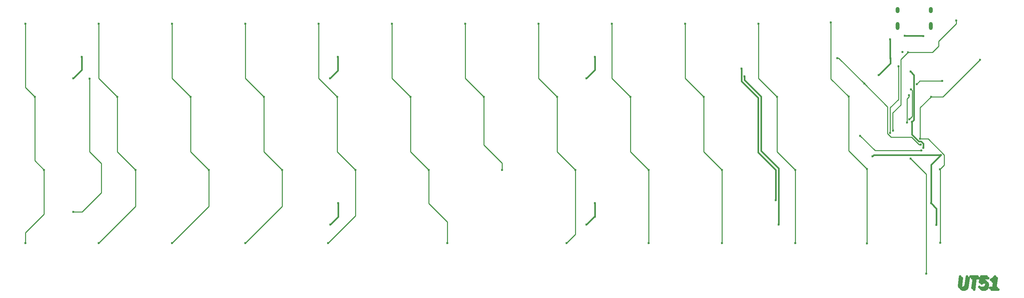
<source format=gtl>
%TF.GenerationSoftware,KiCad,Pcbnew,(5.1.5)-3*%
%TF.CreationDate,2020-03-30T21:53:17+02:00*%
%TF.ProjectId,UT51,55543531-2e6b-4696-9361-645f70636258,rev?*%
%TF.SameCoordinates,Original*%
%TF.FileFunction,Copper,L1,Top*%
%TF.FilePolarity,Positive*%
%FSLAX46Y46*%
G04 Gerber Fmt 4.6, Leading zero omitted, Abs format (unit mm)*
G04 Created by KiCad (PCBNEW (5.1.5)-3) date 2020-03-30 21:53:17*
%MOMM*%
%LPD*%
G04 APERTURE LIST*
%ADD10C,0.700000*%
%ADD11O,1.000000X2.100000*%
%ADD12O,1.000000X1.600000*%
%ADD13C,0.600000*%
%ADD14C,0.381000*%
%ADD15C,0.250000*%
G04 APERTURE END LIST*
D10*
X277074089Y-102433642D02*
X276770517Y-104862214D01*
X276877660Y-105147928D01*
X277002660Y-105290785D01*
X277270517Y-105433642D01*
X277841946Y-105433642D01*
X278145517Y-105290785D01*
X278306232Y-105147928D01*
X278484803Y-104862214D01*
X278788375Y-102433642D01*
X279788375Y-102433642D02*
X281502660Y-102433642D01*
X280270517Y-105433642D02*
X280645517Y-102433642D01*
X283931232Y-102433642D02*
X282502660Y-102433642D01*
X282181232Y-103862214D01*
X282341946Y-103719357D01*
X282645517Y-103576500D01*
X283359803Y-103576500D01*
X283627660Y-103719357D01*
X283752660Y-103862214D01*
X283859803Y-104147928D01*
X283770517Y-104862214D01*
X283591946Y-105147928D01*
X283431232Y-105290785D01*
X283127660Y-105433642D01*
X282413375Y-105433642D01*
X282145517Y-105290785D01*
X282020517Y-105147928D01*
X286556232Y-105433642D02*
X284841946Y-105433642D01*
X285699089Y-105433642D02*
X286074089Y-102433642D01*
X285734803Y-102862214D01*
X285413375Y-103147928D01*
X285109803Y-103290785D01*
X277486839Y-102846392D02*
X277183267Y-105274964D01*
X277290410Y-105560678D01*
X277415410Y-105703535D01*
X277683267Y-105846392D01*
X278254696Y-105846392D01*
X278558267Y-105703535D01*
X278718982Y-105560678D01*
X278897553Y-105274964D01*
X279201125Y-102846392D01*
X280201125Y-102846392D02*
X281915410Y-102846392D01*
X280683267Y-105846392D02*
X281058267Y-102846392D01*
X284343982Y-102846392D02*
X282915410Y-102846392D01*
X282593982Y-104274964D01*
X282754696Y-104132107D01*
X283058267Y-103989250D01*
X283772553Y-103989250D01*
X284040410Y-104132107D01*
X284165410Y-104274964D01*
X284272553Y-104560678D01*
X284183267Y-105274964D01*
X284004696Y-105560678D01*
X283843982Y-105703535D01*
X283540410Y-105846392D01*
X282826125Y-105846392D01*
X282558267Y-105703535D01*
X282433267Y-105560678D01*
X286968982Y-105846392D02*
X285254696Y-105846392D01*
X286111839Y-105846392D02*
X286486839Y-102846392D01*
X286147553Y-103274964D01*
X285826125Y-103560678D01*
X285522553Y-103703535D01*
D11*
X269383399Y-37180000D03*
X260743399Y-37180000D03*
D12*
X260743399Y-33000000D03*
X269383399Y-33000000D03*
D13*
X220980000Y-50292000D03*
X179959000Y-50800000D03*
X182118000Y-45212000D03*
X46609000Y-50800000D03*
X48768000Y-45212000D03*
X113284000Y-50800000D03*
X115316000Y-45212000D03*
X179959000Y-88900000D03*
X182118000Y-83312000D03*
X113411000Y-88900000D03*
X115443000Y-83312000D03*
X229840000Y-88950000D03*
X258860000Y-40630000D03*
X258900000Y-45550000D03*
X272050000Y-70800000D03*
X254290000Y-71090000D03*
X269510000Y-83360000D03*
X270880000Y-88960000D03*
X255875000Y-49975000D03*
X220218000Y-48260000D03*
X229108000Y-82550000D03*
X264200000Y-49075000D03*
X264525000Y-62175000D03*
X267499812Y-68925134D03*
X266800000Y-68100000D03*
X245150000Y-45570000D03*
X252125000Y-52175000D03*
X265775000Y-52325000D03*
X272350000Y-51525000D03*
X251060000Y-65780000D03*
X266940000Y-69640000D03*
X264210000Y-71740000D03*
X268240000Y-101680000D03*
X267510000Y-39770000D03*
X262610000Y-39750000D03*
X129413000Y-36576000D03*
X134239000Y-55626000D03*
X143764000Y-93726000D03*
X138938000Y-74676000D03*
X34163000Y-36576000D03*
X36576000Y-55626000D03*
X34163000Y-93726000D03*
X38989000Y-74676000D03*
X53213000Y-36576000D03*
X58039000Y-55626000D03*
X53213000Y-93726000D03*
X62738000Y-74676000D03*
X72263000Y-36576000D03*
X77089000Y-55626000D03*
X72263000Y-93726000D03*
X81788000Y-74676000D03*
X91313000Y-36576000D03*
X96139000Y-55626000D03*
X91313000Y-93726000D03*
X100838000Y-74676000D03*
X110363000Y-36576000D03*
X115189000Y-55626000D03*
X112776000Y-93726000D03*
X119888000Y-74676000D03*
X148463000Y-36576000D03*
X153289000Y-55626000D03*
X157988000Y-74676000D03*
X167513000Y-36576000D03*
X172339000Y-55626000D03*
X174752000Y-93726000D03*
X177038000Y-74676000D03*
X259556250Y-64449900D03*
X263500000Y-44000000D03*
X262025000Y-43975000D03*
X276000000Y-35775000D03*
X258870000Y-65060000D03*
X261020000Y-47640000D03*
X46609000Y-85598000D03*
X50800000Y-50927000D03*
X186563000Y-36576000D03*
X191389000Y-55626000D03*
X196088000Y-93726000D03*
X196088000Y-74676000D03*
X205613000Y-36576000D03*
X210439000Y-55626000D03*
X215138000Y-93726000D03*
X215138000Y-74676000D03*
X224663000Y-36576000D03*
X229489000Y-55626000D03*
X234188000Y-93726000D03*
X234188000Y-74676000D03*
X252790000Y-93810000D03*
X252790000Y-74440000D03*
X248050000Y-55580000D03*
X243430000Y-36230000D03*
X264290000Y-53680000D03*
X263807400Y-61470000D03*
X263750000Y-55190000D03*
X263230000Y-62300000D03*
X271840000Y-93620000D03*
X271810000Y-74560000D03*
X266610000Y-66600000D03*
X269465849Y-55605849D03*
X282180000Y-45990000D03*
D14*
X225298000Y-55524410D02*
X220980000Y-51206410D01*
X225298000Y-69723000D02*
X225298000Y-55524410D01*
X229870000Y-74295000D02*
X225298000Y-69723000D01*
X229870000Y-82931000D02*
X229870000Y-74295000D01*
X220980000Y-51206410D02*
X220980000Y-50292000D01*
X182118000Y-48641000D02*
X179959000Y-50800000D01*
X182118000Y-45720000D02*
X182118000Y-48641000D01*
X182118000Y-45212000D02*
X182118000Y-45720000D01*
X48768000Y-48641000D02*
X46609000Y-50800000D01*
X48768000Y-45720000D02*
X48768000Y-48641000D01*
X48768000Y-45212000D02*
X48768000Y-45720000D01*
X115316000Y-48768000D02*
X113284000Y-50800000D01*
X115316000Y-45720000D02*
X115316000Y-48768000D01*
X115316000Y-45212000D02*
X115316000Y-45720000D01*
X181991000Y-86868000D02*
X179959000Y-88900000D01*
X182118000Y-86868000D02*
X181991000Y-86868000D01*
X182118000Y-83312000D02*
X182118000Y-86868000D01*
X115443000Y-86868000D02*
X113411000Y-88900000D01*
X115443000Y-85090000D02*
X115443000Y-86868000D01*
X115443000Y-83312000D02*
X115443000Y-85090000D01*
X229870000Y-82931000D02*
X229840000Y-88950000D01*
X229840000Y-88950000D02*
X229870000Y-88920000D01*
X258860000Y-40630000D02*
X258860000Y-45510000D01*
X258860000Y-45510000D02*
X258900000Y-45550000D01*
X272050000Y-70800000D02*
X254580000Y-70800000D01*
X254580000Y-70800000D02*
X254290000Y-71090000D01*
X269510000Y-83360000D02*
X270880000Y-84730000D01*
X270880000Y-84730000D02*
X270880000Y-88960000D01*
X269510000Y-73340000D02*
X272050000Y-70800000D01*
X269510000Y-83360000D02*
X269510000Y-73340000D01*
X258900000Y-46950000D02*
X255875000Y-49975000D01*
X258900000Y-45550000D02*
X258900000Y-46950000D01*
X220218000Y-51562000D02*
X220218000Y-48260000D01*
X224536000Y-55880000D02*
X220218000Y-51562000D01*
X224536000Y-70104000D02*
X224536000Y-55880000D01*
X229108000Y-74676000D02*
X224536000Y-70104000D01*
X229108000Y-82550000D02*
X229108000Y-74676000D01*
X265057908Y-61642092D02*
X264525000Y-62175000D01*
X264200000Y-49075000D02*
X265057908Y-49932908D01*
X265057908Y-49932908D02*
X265057908Y-61642092D01*
X264525000Y-65466494D02*
X266301407Y-67242901D01*
X264525000Y-62175000D02*
X264525000Y-65466494D01*
X266301407Y-67242901D02*
X266894395Y-67242901D01*
X266894395Y-67242901D02*
X267499812Y-67848318D01*
X267499812Y-67848318D02*
X267499812Y-68925134D01*
D15*
X266375736Y-68100000D02*
X264415736Y-66140000D01*
X266800000Y-68100000D02*
X266375736Y-68100000D01*
X259095446Y-66140000D02*
X258150000Y-65194554D01*
X264415736Y-66140000D02*
X259095446Y-66140000D01*
X258150000Y-65194554D02*
X258150000Y-59525974D01*
X258150000Y-59525974D02*
X258150000Y-58250000D01*
X258150000Y-58250000D02*
X252125000Y-52175000D01*
X245470000Y-45570000D02*
X245150000Y-45570000D01*
X252125000Y-52175000D02*
X245470000Y-45570000D01*
X265775000Y-52325000D02*
X266575000Y-51525000D01*
X266575000Y-51525000D02*
X272350000Y-51525000D01*
X251060000Y-65780000D02*
X254920000Y-69640000D01*
X254920000Y-69640000D02*
X266940000Y-69640000D01*
X264210000Y-71740000D02*
X268240000Y-75770000D01*
X268240000Y-75770000D02*
X268240000Y-101680000D01*
D14*
X267510000Y-39770000D02*
X267480000Y-39770000D01*
X267480000Y-39770000D02*
X267460000Y-39750000D01*
X267460000Y-39750000D02*
X262610000Y-39750000D01*
D15*
X143764000Y-93726000D02*
X143764000Y-88265000D01*
X143764000Y-88265000D02*
X138938000Y-83439000D01*
X138938000Y-83439000D02*
X138938000Y-74676000D01*
X134239000Y-55626000D02*
X134239000Y-69977000D01*
X134239000Y-69977000D02*
X138938000Y-74676000D01*
X129413000Y-36576000D02*
X129413000Y-50800000D01*
X129413000Y-50800000D02*
X134239000Y-55626000D01*
X34163000Y-91059000D02*
X38989000Y-86233000D01*
X34163000Y-93726000D02*
X34163000Y-91059000D01*
X38989000Y-74676000D02*
X38989000Y-86233000D01*
X34163000Y-36576000D02*
X34163000Y-53213000D01*
X34163000Y-53213000D02*
X36576000Y-55626000D01*
X36576000Y-55626000D02*
X36576000Y-72263000D01*
X36576000Y-72263000D02*
X38989000Y-74676000D01*
X62738000Y-74676000D02*
X62738000Y-84201000D01*
X62738000Y-84201000D02*
X53213000Y-93726000D01*
X58039000Y-55626000D02*
X58039000Y-69977000D01*
X58039000Y-69977000D02*
X62738000Y-74676000D01*
X53213000Y-36576000D02*
X53213000Y-50800000D01*
X53213000Y-50800000D02*
X58039000Y-55626000D01*
X81788000Y-74676000D02*
X81788000Y-84201000D01*
X81788000Y-84201000D02*
X72263000Y-93726000D01*
X77089000Y-55626000D02*
X77089000Y-69977000D01*
X77089000Y-69977000D02*
X81788000Y-74676000D01*
X72263000Y-36576000D02*
X72263000Y-50800000D01*
X72263000Y-50800000D02*
X77089000Y-55626000D01*
X100838000Y-74676000D02*
X100838000Y-84201000D01*
X100838000Y-84201000D02*
X91313000Y-93726000D01*
X96139000Y-55626000D02*
X96139000Y-69977000D01*
X96139000Y-69977000D02*
X100838000Y-74676000D01*
X91313000Y-36576000D02*
X91313000Y-50800000D01*
X91313000Y-50800000D02*
X96139000Y-55626000D01*
X119888000Y-74676000D02*
X119888000Y-86614000D01*
X119888000Y-86614000D02*
X112776000Y-93726000D01*
X115189000Y-55626000D02*
X115189000Y-69977000D01*
X115189000Y-69977000D02*
X119888000Y-74676000D01*
X110363000Y-36576000D02*
X110363000Y-50800000D01*
X110363000Y-50800000D02*
X115189000Y-55626000D01*
X148463000Y-36576000D02*
X148463000Y-50800000D01*
X148463000Y-50800000D02*
X153289000Y-55626000D01*
X157988000Y-72898000D02*
X153289000Y-68199000D01*
X157988000Y-74676000D02*
X157988000Y-72898000D01*
X153289000Y-68199000D02*
X153289000Y-55626000D01*
X177038000Y-74676000D02*
X177038000Y-91440000D01*
X177038000Y-91440000D02*
X174752000Y-93726000D01*
X172339000Y-55626000D02*
X172339000Y-69977000D01*
X172339000Y-69977000D02*
X177038000Y-74676000D01*
X167513000Y-36576000D02*
X167513000Y-50800000D01*
X167513000Y-50800000D02*
X172339000Y-55626000D01*
X261597401Y-45902599D02*
X263500000Y-44000000D01*
X259556250Y-64025636D02*
X259539199Y-64008585D01*
X261597401Y-57725213D02*
X261597401Y-45902599D01*
X259556250Y-64449900D02*
X259556250Y-64025636D01*
X259539199Y-64008585D02*
X259539199Y-59783415D01*
X259539199Y-59783415D02*
X261597401Y-57725213D01*
X263500000Y-44000000D02*
X269850000Y-44000000D01*
X269850000Y-44000000D02*
X271425000Y-42425000D01*
X276000000Y-36550974D02*
X276000000Y-35775000D01*
X271425000Y-42425000D02*
X271425000Y-41125974D01*
X271425000Y-41125974D02*
X276000000Y-36550974D01*
X258870000Y-65060000D02*
X258870000Y-58440000D01*
X258870000Y-58440000D02*
X261020000Y-56290000D01*
X261020000Y-56290000D02*
X261020000Y-47640000D01*
X48895000Y-85598000D02*
X46609000Y-85598000D01*
X53848000Y-80645000D02*
X48895000Y-85598000D01*
X53848000Y-73025000D02*
X53848000Y-80645000D01*
X50800000Y-69977000D02*
X53848000Y-73025000D01*
X50800000Y-55880000D02*
X50800000Y-69977000D01*
X50800000Y-50927000D02*
X50800000Y-55880000D01*
X196088000Y-74676000D02*
X196088000Y-93726000D01*
X191389000Y-55626000D02*
X191389000Y-69977000D01*
X191389000Y-69977000D02*
X196088000Y-74676000D01*
X186563000Y-36576000D02*
X186563000Y-50800000D01*
X186563000Y-50800000D02*
X191389000Y-55626000D01*
X215138000Y-74676000D02*
X215138000Y-93726000D01*
X210439000Y-55626000D02*
X210439000Y-69977000D01*
X210439000Y-69977000D02*
X215138000Y-74676000D01*
X205613000Y-36576000D02*
X205613000Y-50800000D01*
X205613000Y-50800000D02*
X210439000Y-55626000D01*
X234188000Y-74676000D02*
X234188000Y-93726000D01*
X229489000Y-55626000D02*
X229489000Y-69977000D01*
X229489000Y-69977000D02*
X234188000Y-74676000D01*
X224663000Y-36576000D02*
X224663000Y-50800000D01*
X224663000Y-50800000D02*
X229489000Y-55626000D01*
X252790000Y-93810000D02*
X252790000Y-74440000D01*
X252790000Y-74440000D02*
X252790000Y-74440000D01*
X252790000Y-74440000D02*
X248050000Y-69700000D01*
X248050000Y-69700000D02*
X248050000Y-55580000D01*
X248050000Y-55580000D02*
X248050000Y-55580000D01*
X248050000Y-55580000D02*
X243440000Y-50970000D01*
X243440000Y-50970000D02*
X243430000Y-36230000D01*
X243430000Y-36230000D02*
X243440000Y-36240000D01*
X264589999Y-60687401D02*
X263807400Y-61470000D01*
X264290000Y-53680000D02*
X264589999Y-53979999D01*
X264589999Y-53979999D02*
X264589999Y-60687401D01*
X263750000Y-55614264D02*
X263230000Y-56134264D01*
X263750000Y-55190000D02*
X263750000Y-55614264D01*
X263230000Y-56134264D02*
X263230000Y-62300000D01*
X271840000Y-93620000D02*
X271840000Y-74590000D01*
X271840000Y-74590000D02*
X271810000Y-74560000D01*
X271810000Y-74560000D02*
X272930000Y-73440000D01*
X268704554Y-66600000D02*
X266610000Y-66600000D01*
X272930000Y-73440000D02*
X272930000Y-70825446D01*
X272930000Y-70825446D02*
X268704554Y-66600000D01*
X266610000Y-66600000D02*
X266610000Y-58461698D01*
X266610000Y-58461698D02*
X269465849Y-55605849D01*
X269465849Y-55605849D02*
X272564151Y-55605849D01*
X272564151Y-55605849D02*
X282180000Y-45990000D01*
M02*

</source>
